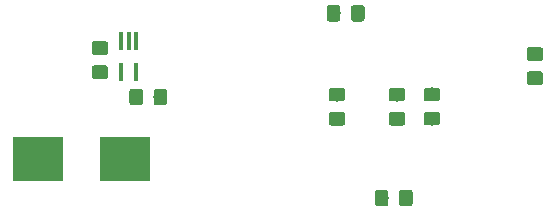
<source format=gtp>
G04 #@! TF.GenerationSoftware,KiCad,Pcbnew,5.1.2*
G04 #@! TF.CreationDate,2019-05-31T13:26:26+02:00*
G04 #@! TF.ProjectId,solarcampi,736f6c61-7263-4616-9d70-692e6b696361,1.0.8*
G04 #@! TF.SameCoordinates,Original*
G04 #@! TF.FileFunction,Paste,Top*
G04 #@! TF.FilePolarity,Positive*
%FSLAX46Y46*%
G04 Gerber Fmt 4.6, Leading zero omitted, Abs format (unit mm)*
G04 Created by KiCad (PCBNEW 5.1.2) date 2019-05-31 13:26:26*
%MOMM*%
%LPD*%
G04 APERTURE LIST*
%ADD10R,4.240000X3.810000*%
%ADD11C,0.100000*%
%ADD12C,1.150000*%
%ADD13R,0.400000X1.500000*%
G04 APERTURE END LIST*
D10*
X61597000Y-70104000D03*
X54227000Y-70104000D03*
D11*
G36*
X79974505Y-64071204D02*
G01*
X79998773Y-64074804D01*
X80022572Y-64080765D01*
X80045671Y-64089030D01*
X80067850Y-64099520D01*
X80088893Y-64112132D01*
X80108599Y-64126747D01*
X80126777Y-64143223D01*
X80143253Y-64161401D01*
X80157868Y-64181107D01*
X80170480Y-64202150D01*
X80180970Y-64224329D01*
X80189235Y-64247428D01*
X80195196Y-64271227D01*
X80198796Y-64295495D01*
X80200000Y-64319999D01*
X80200000Y-64970001D01*
X80198796Y-64994505D01*
X80195196Y-65018773D01*
X80189235Y-65042572D01*
X80180970Y-65065671D01*
X80170480Y-65087850D01*
X80157868Y-65108893D01*
X80143253Y-65128599D01*
X80126777Y-65146777D01*
X80108599Y-65163253D01*
X80088893Y-65177868D01*
X80067850Y-65190480D01*
X80045671Y-65200970D01*
X80022572Y-65209235D01*
X79998773Y-65215196D01*
X79974505Y-65218796D01*
X79950001Y-65220000D01*
X79049999Y-65220000D01*
X79025495Y-65218796D01*
X79001227Y-65215196D01*
X78977428Y-65209235D01*
X78954329Y-65200970D01*
X78932150Y-65190480D01*
X78911107Y-65177868D01*
X78891401Y-65163253D01*
X78873223Y-65146777D01*
X78856747Y-65128599D01*
X78842132Y-65108893D01*
X78829520Y-65087850D01*
X78819030Y-65065671D01*
X78810765Y-65042572D01*
X78804804Y-65018773D01*
X78801204Y-64994505D01*
X78800000Y-64970001D01*
X78800000Y-64319999D01*
X78801204Y-64295495D01*
X78804804Y-64271227D01*
X78810765Y-64247428D01*
X78819030Y-64224329D01*
X78829520Y-64202150D01*
X78842132Y-64181107D01*
X78856747Y-64161401D01*
X78873223Y-64143223D01*
X78891401Y-64126747D01*
X78911107Y-64112132D01*
X78932150Y-64099520D01*
X78954329Y-64089030D01*
X78977428Y-64080765D01*
X79001227Y-64074804D01*
X79025495Y-64071204D01*
X79049999Y-64070000D01*
X79950001Y-64070000D01*
X79974505Y-64071204D01*
X79974505Y-64071204D01*
G37*
D12*
X79500000Y-64645000D03*
D11*
G36*
X79974505Y-66121204D02*
G01*
X79998773Y-66124804D01*
X80022572Y-66130765D01*
X80045671Y-66139030D01*
X80067850Y-66149520D01*
X80088893Y-66162132D01*
X80108599Y-66176747D01*
X80126777Y-66193223D01*
X80143253Y-66211401D01*
X80157868Y-66231107D01*
X80170480Y-66252150D01*
X80180970Y-66274329D01*
X80189235Y-66297428D01*
X80195196Y-66321227D01*
X80198796Y-66345495D01*
X80200000Y-66369999D01*
X80200000Y-67020001D01*
X80198796Y-67044505D01*
X80195196Y-67068773D01*
X80189235Y-67092572D01*
X80180970Y-67115671D01*
X80170480Y-67137850D01*
X80157868Y-67158893D01*
X80143253Y-67178599D01*
X80126777Y-67196777D01*
X80108599Y-67213253D01*
X80088893Y-67227868D01*
X80067850Y-67240480D01*
X80045671Y-67250970D01*
X80022572Y-67259235D01*
X79998773Y-67265196D01*
X79974505Y-67268796D01*
X79950001Y-67270000D01*
X79049999Y-67270000D01*
X79025495Y-67268796D01*
X79001227Y-67265196D01*
X78977428Y-67259235D01*
X78954329Y-67250970D01*
X78932150Y-67240480D01*
X78911107Y-67227868D01*
X78891401Y-67213253D01*
X78873223Y-67196777D01*
X78856747Y-67178599D01*
X78842132Y-67158893D01*
X78829520Y-67137850D01*
X78819030Y-67115671D01*
X78810765Y-67092572D01*
X78804804Y-67068773D01*
X78801204Y-67044505D01*
X78800000Y-67020001D01*
X78800000Y-66369999D01*
X78801204Y-66345495D01*
X78804804Y-66321227D01*
X78810765Y-66297428D01*
X78819030Y-66274329D01*
X78829520Y-66252150D01*
X78842132Y-66231107D01*
X78856747Y-66211401D01*
X78873223Y-66193223D01*
X78891401Y-66176747D01*
X78911107Y-66162132D01*
X78932150Y-66149520D01*
X78954329Y-66139030D01*
X78977428Y-66130765D01*
X79001227Y-66124804D01*
X79025495Y-66121204D01*
X79049999Y-66120000D01*
X79950001Y-66120000D01*
X79974505Y-66121204D01*
X79974505Y-66121204D01*
G37*
D12*
X79500000Y-66695000D03*
D13*
X62520000Y-62740000D03*
X61220000Y-62740000D03*
X61220000Y-60080000D03*
X61870000Y-60080000D03*
X62520000Y-60080000D03*
D11*
G36*
X85054505Y-66121204D02*
G01*
X85078773Y-66124804D01*
X85102572Y-66130765D01*
X85125671Y-66139030D01*
X85147850Y-66149520D01*
X85168893Y-66162132D01*
X85188599Y-66176747D01*
X85206777Y-66193223D01*
X85223253Y-66211401D01*
X85237868Y-66231107D01*
X85250480Y-66252150D01*
X85260970Y-66274329D01*
X85269235Y-66297428D01*
X85275196Y-66321227D01*
X85278796Y-66345495D01*
X85280000Y-66369999D01*
X85280000Y-67020001D01*
X85278796Y-67044505D01*
X85275196Y-67068773D01*
X85269235Y-67092572D01*
X85260970Y-67115671D01*
X85250480Y-67137850D01*
X85237868Y-67158893D01*
X85223253Y-67178599D01*
X85206777Y-67196777D01*
X85188599Y-67213253D01*
X85168893Y-67227868D01*
X85147850Y-67240480D01*
X85125671Y-67250970D01*
X85102572Y-67259235D01*
X85078773Y-67265196D01*
X85054505Y-67268796D01*
X85030001Y-67270000D01*
X84129999Y-67270000D01*
X84105495Y-67268796D01*
X84081227Y-67265196D01*
X84057428Y-67259235D01*
X84034329Y-67250970D01*
X84012150Y-67240480D01*
X83991107Y-67227868D01*
X83971401Y-67213253D01*
X83953223Y-67196777D01*
X83936747Y-67178599D01*
X83922132Y-67158893D01*
X83909520Y-67137850D01*
X83899030Y-67115671D01*
X83890765Y-67092572D01*
X83884804Y-67068773D01*
X83881204Y-67044505D01*
X83880000Y-67020001D01*
X83880000Y-66369999D01*
X83881204Y-66345495D01*
X83884804Y-66321227D01*
X83890765Y-66297428D01*
X83899030Y-66274329D01*
X83909520Y-66252150D01*
X83922132Y-66231107D01*
X83936747Y-66211401D01*
X83953223Y-66193223D01*
X83971401Y-66176747D01*
X83991107Y-66162132D01*
X84012150Y-66149520D01*
X84034329Y-66139030D01*
X84057428Y-66130765D01*
X84081227Y-66124804D01*
X84105495Y-66121204D01*
X84129999Y-66120000D01*
X85030001Y-66120000D01*
X85054505Y-66121204D01*
X85054505Y-66121204D01*
G37*
D12*
X84580000Y-66695000D03*
D11*
G36*
X85054505Y-64071204D02*
G01*
X85078773Y-64074804D01*
X85102572Y-64080765D01*
X85125671Y-64089030D01*
X85147850Y-64099520D01*
X85168893Y-64112132D01*
X85188599Y-64126747D01*
X85206777Y-64143223D01*
X85223253Y-64161401D01*
X85237868Y-64181107D01*
X85250480Y-64202150D01*
X85260970Y-64224329D01*
X85269235Y-64247428D01*
X85275196Y-64271227D01*
X85278796Y-64295495D01*
X85280000Y-64319999D01*
X85280000Y-64970001D01*
X85278796Y-64994505D01*
X85275196Y-65018773D01*
X85269235Y-65042572D01*
X85260970Y-65065671D01*
X85250480Y-65087850D01*
X85237868Y-65108893D01*
X85223253Y-65128599D01*
X85206777Y-65146777D01*
X85188599Y-65163253D01*
X85168893Y-65177868D01*
X85147850Y-65190480D01*
X85125671Y-65200970D01*
X85102572Y-65209235D01*
X85078773Y-65215196D01*
X85054505Y-65218796D01*
X85030001Y-65220000D01*
X84129999Y-65220000D01*
X84105495Y-65218796D01*
X84081227Y-65215196D01*
X84057428Y-65209235D01*
X84034329Y-65200970D01*
X84012150Y-65190480D01*
X83991107Y-65177868D01*
X83971401Y-65163253D01*
X83953223Y-65146777D01*
X83936747Y-65128599D01*
X83922132Y-65108893D01*
X83909520Y-65087850D01*
X83899030Y-65065671D01*
X83890765Y-65042572D01*
X83884804Y-65018773D01*
X83881204Y-64994505D01*
X83880000Y-64970001D01*
X83880000Y-64319999D01*
X83881204Y-64295495D01*
X83884804Y-64271227D01*
X83890765Y-64247428D01*
X83899030Y-64224329D01*
X83909520Y-64202150D01*
X83922132Y-64181107D01*
X83936747Y-64161401D01*
X83953223Y-64143223D01*
X83971401Y-64126747D01*
X83991107Y-64112132D01*
X84012150Y-64099520D01*
X84034329Y-64089030D01*
X84057428Y-64080765D01*
X84081227Y-64074804D01*
X84105495Y-64071204D01*
X84129999Y-64070000D01*
X85030001Y-64070000D01*
X85054505Y-64071204D01*
X85054505Y-64071204D01*
G37*
D12*
X84580000Y-64645000D03*
D11*
G36*
X88014505Y-66111204D02*
G01*
X88038773Y-66114804D01*
X88062572Y-66120765D01*
X88085671Y-66129030D01*
X88107850Y-66139520D01*
X88128893Y-66152132D01*
X88148599Y-66166747D01*
X88166777Y-66183223D01*
X88183253Y-66201401D01*
X88197868Y-66221107D01*
X88210480Y-66242150D01*
X88220970Y-66264329D01*
X88229235Y-66287428D01*
X88235196Y-66311227D01*
X88238796Y-66335495D01*
X88240000Y-66359999D01*
X88240000Y-67010001D01*
X88238796Y-67034505D01*
X88235196Y-67058773D01*
X88229235Y-67082572D01*
X88220970Y-67105671D01*
X88210480Y-67127850D01*
X88197868Y-67148893D01*
X88183253Y-67168599D01*
X88166777Y-67186777D01*
X88148599Y-67203253D01*
X88128893Y-67217868D01*
X88107850Y-67230480D01*
X88085671Y-67240970D01*
X88062572Y-67249235D01*
X88038773Y-67255196D01*
X88014505Y-67258796D01*
X87990001Y-67260000D01*
X87089999Y-67260000D01*
X87065495Y-67258796D01*
X87041227Y-67255196D01*
X87017428Y-67249235D01*
X86994329Y-67240970D01*
X86972150Y-67230480D01*
X86951107Y-67217868D01*
X86931401Y-67203253D01*
X86913223Y-67186777D01*
X86896747Y-67168599D01*
X86882132Y-67148893D01*
X86869520Y-67127850D01*
X86859030Y-67105671D01*
X86850765Y-67082572D01*
X86844804Y-67058773D01*
X86841204Y-67034505D01*
X86840000Y-67010001D01*
X86840000Y-66359999D01*
X86841204Y-66335495D01*
X86844804Y-66311227D01*
X86850765Y-66287428D01*
X86859030Y-66264329D01*
X86869520Y-66242150D01*
X86882132Y-66221107D01*
X86896747Y-66201401D01*
X86913223Y-66183223D01*
X86931401Y-66166747D01*
X86951107Y-66152132D01*
X86972150Y-66139520D01*
X86994329Y-66129030D01*
X87017428Y-66120765D01*
X87041227Y-66114804D01*
X87065495Y-66111204D01*
X87089999Y-66110000D01*
X87990001Y-66110000D01*
X88014505Y-66111204D01*
X88014505Y-66111204D01*
G37*
D12*
X87540000Y-66685000D03*
D11*
G36*
X88014505Y-64061204D02*
G01*
X88038773Y-64064804D01*
X88062572Y-64070765D01*
X88085671Y-64079030D01*
X88107850Y-64089520D01*
X88128893Y-64102132D01*
X88148599Y-64116747D01*
X88166777Y-64133223D01*
X88183253Y-64151401D01*
X88197868Y-64171107D01*
X88210480Y-64192150D01*
X88220970Y-64214329D01*
X88229235Y-64237428D01*
X88235196Y-64261227D01*
X88238796Y-64285495D01*
X88240000Y-64309999D01*
X88240000Y-64960001D01*
X88238796Y-64984505D01*
X88235196Y-65008773D01*
X88229235Y-65032572D01*
X88220970Y-65055671D01*
X88210480Y-65077850D01*
X88197868Y-65098893D01*
X88183253Y-65118599D01*
X88166777Y-65136777D01*
X88148599Y-65153253D01*
X88128893Y-65167868D01*
X88107850Y-65180480D01*
X88085671Y-65190970D01*
X88062572Y-65199235D01*
X88038773Y-65205196D01*
X88014505Y-65208796D01*
X87990001Y-65210000D01*
X87089999Y-65210000D01*
X87065495Y-65208796D01*
X87041227Y-65205196D01*
X87017428Y-65199235D01*
X86994329Y-65190970D01*
X86972150Y-65180480D01*
X86951107Y-65167868D01*
X86931401Y-65153253D01*
X86913223Y-65136777D01*
X86896747Y-65118599D01*
X86882132Y-65098893D01*
X86869520Y-65077850D01*
X86859030Y-65055671D01*
X86850765Y-65032572D01*
X86844804Y-65008773D01*
X86841204Y-64984505D01*
X86840000Y-64960001D01*
X86840000Y-64309999D01*
X86841204Y-64285495D01*
X86844804Y-64261227D01*
X86850765Y-64237428D01*
X86859030Y-64214329D01*
X86869520Y-64192150D01*
X86882132Y-64171107D01*
X86896747Y-64151401D01*
X86913223Y-64133223D01*
X86931401Y-64116747D01*
X86951107Y-64102132D01*
X86972150Y-64089520D01*
X86994329Y-64079030D01*
X87017428Y-64070765D01*
X87041227Y-64064804D01*
X87065495Y-64061204D01*
X87089999Y-64060000D01*
X87990001Y-64060000D01*
X88014505Y-64061204D01*
X88014505Y-64061204D01*
G37*
D12*
X87540000Y-64635000D03*
D11*
G36*
X85693505Y-72707204D02*
G01*
X85717773Y-72710804D01*
X85741572Y-72716765D01*
X85764671Y-72725030D01*
X85786850Y-72735520D01*
X85807893Y-72748132D01*
X85827599Y-72762747D01*
X85845777Y-72779223D01*
X85862253Y-72797401D01*
X85876868Y-72817107D01*
X85889480Y-72838150D01*
X85899970Y-72860329D01*
X85908235Y-72883428D01*
X85914196Y-72907227D01*
X85917796Y-72931495D01*
X85919000Y-72955999D01*
X85919000Y-73856001D01*
X85917796Y-73880505D01*
X85914196Y-73904773D01*
X85908235Y-73928572D01*
X85899970Y-73951671D01*
X85889480Y-73973850D01*
X85876868Y-73994893D01*
X85862253Y-74014599D01*
X85845777Y-74032777D01*
X85827599Y-74049253D01*
X85807893Y-74063868D01*
X85786850Y-74076480D01*
X85764671Y-74086970D01*
X85741572Y-74095235D01*
X85717773Y-74101196D01*
X85693505Y-74104796D01*
X85669001Y-74106000D01*
X85018999Y-74106000D01*
X84994495Y-74104796D01*
X84970227Y-74101196D01*
X84946428Y-74095235D01*
X84923329Y-74086970D01*
X84901150Y-74076480D01*
X84880107Y-74063868D01*
X84860401Y-74049253D01*
X84842223Y-74032777D01*
X84825747Y-74014599D01*
X84811132Y-73994893D01*
X84798520Y-73973850D01*
X84788030Y-73951671D01*
X84779765Y-73928572D01*
X84773804Y-73904773D01*
X84770204Y-73880505D01*
X84769000Y-73856001D01*
X84769000Y-72955999D01*
X84770204Y-72931495D01*
X84773804Y-72907227D01*
X84779765Y-72883428D01*
X84788030Y-72860329D01*
X84798520Y-72838150D01*
X84811132Y-72817107D01*
X84825747Y-72797401D01*
X84842223Y-72779223D01*
X84860401Y-72762747D01*
X84880107Y-72748132D01*
X84901150Y-72735520D01*
X84923329Y-72725030D01*
X84946428Y-72716765D01*
X84970227Y-72710804D01*
X84994495Y-72707204D01*
X85018999Y-72706000D01*
X85669001Y-72706000D01*
X85693505Y-72707204D01*
X85693505Y-72707204D01*
G37*
D12*
X85344000Y-73406000D03*
D11*
G36*
X83643505Y-72707204D02*
G01*
X83667773Y-72710804D01*
X83691572Y-72716765D01*
X83714671Y-72725030D01*
X83736850Y-72735520D01*
X83757893Y-72748132D01*
X83777599Y-72762747D01*
X83795777Y-72779223D01*
X83812253Y-72797401D01*
X83826868Y-72817107D01*
X83839480Y-72838150D01*
X83849970Y-72860329D01*
X83858235Y-72883428D01*
X83864196Y-72907227D01*
X83867796Y-72931495D01*
X83869000Y-72955999D01*
X83869000Y-73856001D01*
X83867796Y-73880505D01*
X83864196Y-73904773D01*
X83858235Y-73928572D01*
X83849970Y-73951671D01*
X83839480Y-73973850D01*
X83826868Y-73994893D01*
X83812253Y-74014599D01*
X83795777Y-74032777D01*
X83777599Y-74049253D01*
X83757893Y-74063868D01*
X83736850Y-74076480D01*
X83714671Y-74086970D01*
X83691572Y-74095235D01*
X83667773Y-74101196D01*
X83643505Y-74104796D01*
X83619001Y-74106000D01*
X82968999Y-74106000D01*
X82944495Y-74104796D01*
X82920227Y-74101196D01*
X82896428Y-74095235D01*
X82873329Y-74086970D01*
X82851150Y-74076480D01*
X82830107Y-74063868D01*
X82810401Y-74049253D01*
X82792223Y-74032777D01*
X82775747Y-74014599D01*
X82761132Y-73994893D01*
X82748520Y-73973850D01*
X82738030Y-73951671D01*
X82729765Y-73928572D01*
X82723804Y-73904773D01*
X82720204Y-73880505D01*
X82719000Y-73856001D01*
X82719000Y-72955999D01*
X82720204Y-72931495D01*
X82723804Y-72907227D01*
X82729765Y-72883428D01*
X82738030Y-72860329D01*
X82748520Y-72838150D01*
X82761132Y-72817107D01*
X82775747Y-72797401D01*
X82792223Y-72779223D01*
X82810401Y-72762747D01*
X82830107Y-72748132D01*
X82851150Y-72735520D01*
X82873329Y-72725030D01*
X82896428Y-72716765D01*
X82920227Y-72710804D01*
X82944495Y-72707204D01*
X82968999Y-72706000D01*
X83619001Y-72706000D01*
X83643505Y-72707204D01*
X83643505Y-72707204D01*
G37*
D12*
X83294000Y-73406000D03*
D11*
G36*
X79574505Y-57061204D02*
G01*
X79598773Y-57064804D01*
X79622572Y-57070765D01*
X79645671Y-57079030D01*
X79667850Y-57089520D01*
X79688893Y-57102132D01*
X79708599Y-57116747D01*
X79726777Y-57133223D01*
X79743253Y-57151401D01*
X79757868Y-57171107D01*
X79770480Y-57192150D01*
X79780970Y-57214329D01*
X79789235Y-57237428D01*
X79795196Y-57261227D01*
X79798796Y-57285495D01*
X79800000Y-57309999D01*
X79800000Y-58210001D01*
X79798796Y-58234505D01*
X79795196Y-58258773D01*
X79789235Y-58282572D01*
X79780970Y-58305671D01*
X79770480Y-58327850D01*
X79757868Y-58348893D01*
X79743253Y-58368599D01*
X79726777Y-58386777D01*
X79708599Y-58403253D01*
X79688893Y-58417868D01*
X79667850Y-58430480D01*
X79645671Y-58440970D01*
X79622572Y-58449235D01*
X79598773Y-58455196D01*
X79574505Y-58458796D01*
X79550001Y-58460000D01*
X78899999Y-58460000D01*
X78875495Y-58458796D01*
X78851227Y-58455196D01*
X78827428Y-58449235D01*
X78804329Y-58440970D01*
X78782150Y-58430480D01*
X78761107Y-58417868D01*
X78741401Y-58403253D01*
X78723223Y-58386777D01*
X78706747Y-58368599D01*
X78692132Y-58348893D01*
X78679520Y-58327850D01*
X78669030Y-58305671D01*
X78660765Y-58282572D01*
X78654804Y-58258773D01*
X78651204Y-58234505D01*
X78650000Y-58210001D01*
X78650000Y-57309999D01*
X78651204Y-57285495D01*
X78654804Y-57261227D01*
X78660765Y-57237428D01*
X78669030Y-57214329D01*
X78679520Y-57192150D01*
X78692132Y-57171107D01*
X78706747Y-57151401D01*
X78723223Y-57133223D01*
X78741401Y-57116747D01*
X78761107Y-57102132D01*
X78782150Y-57089520D01*
X78804329Y-57079030D01*
X78827428Y-57070765D01*
X78851227Y-57064804D01*
X78875495Y-57061204D01*
X78899999Y-57060000D01*
X79550001Y-57060000D01*
X79574505Y-57061204D01*
X79574505Y-57061204D01*
G37*
D12*
X79225000Y-57760000D03*
D11*
G36*
X81624505Y-57061204D02*
G01*
X81648773Y-57064804D01*
X81672572Y-57070765D01*
X81695671Y-57079030D01*
X81717850Y-57089520D01*
X81738893Y-57102132D01*
X81758599Y-57116747D01*
X81776777Y-57133223D01*
X81793253Y-57151401D01*
X81807868Y-57171107D01*
X81820480Y-57192150D01*
X81830970Y-57214329D01*
X81839235Y-57237428D01*
X81845196Y-57261227D01*
X81848796Y-57285495D01*
X81850000Y-57309999D01*
X81850000Y-58210001D01*
X81848796Y-58234505D01*
X81845196Y-58258773D01*
X81839235Y-58282572D01*
X81830970Y-58305671D01*
X81820480Y-58327850D01*
X81807868Y-58348893D01*
X81793253Y-58368599D01*
X81776777Y-58386777D01*
X81758599Y-58403253D01*
X81738893Y-58417868D01*
X81717850Y-58430480D01*
X81695671Y-58440970D01*
X81672572Y-58449235D01*
X81648773Y-58455196D01*
X81624505Y-58458796D01*
X81600001Y-58460000D01*
X80949999Y-58460000D01*
X80925495Y-58458796D01*
X80901227Y-58455196D01*
X80877428Y-58449235D01*
X80854329Y-58440970D01*
X80832150Y-58430480D01*
X80811107Y-58417868D01*
X80791401Y-58403253D01*
X80773223Y-58386777D01*
X80756747Y-58368599D01*
X80742132Y-58348893D01*
X80729520Y-58327850D01*
X80719030Y-58305671D01*
X80710765Y-58282572D01*
X80704804Y-58258773D01*
X80701204Y-58234505D01*
X80700000Y-58210001D01*
X80700000Y-57309999D01*
X80701204Y-57285495D01*
X80704804Y-57261227D01*
X80710765Y-57237428D01*
X80719030Y-57214329D01*
X80729520Y-57192150D01*
X80742132Y-57171107D01*
X80756747Y-57151401D01*
X80773223Y-57133223D01*
X80791401Y-57116747D01*
X80811107Y-57102132D01*
X80832150Y-57089520D01*
X80854329Y-57079030D01*
X80877428Y-57070765D01*
X80901227Y-57064804D01*
X80925495Y-57061204D01*
X80949999Y-57060000D01*
X81600001Y-57060000D01*
X81624505Y-57061204D01*
X81624505Y-57061204D01*
G37*
D12*
X81275000Y-57760000D03*
D11*
G36*
X96740505Y-60631204D02*
G01*
X96764773Y-60634804D01*
X96788572Y-60640765D01*
X96811671Y-60649030D01*
X96833850Y-60659520D01*
X96854893Y-60672132D01*
X96874599Y-60686747D01*
X96892777Y-60703223D01*
X96909253Y-60721401D01*
X96923868Y-60741107D01*
X96936480Y-60762150D01*
X96946970Y-60784329D01*
X96955235Y-60807428D01*
X96961196Y-60831227D01*
X96964796Y-60855495D01*
X96966000Y-60879999D01*
X96966000Y-61530001D01*
X96964796Y-61554505D01*
X96961196Y-61578773D01*
X96955235Y-61602572D01*
X96946970Y-61625671D01*
X96936480Y-61647850D01*
X96923868Y-61668893D01*
X96909253Y-61688599D01*
X96892777Y-61706777D01*
X96874599Y-61723253D01*
X96854893Y-61737868D01*
X96833850Y-61750480D01*
X96811671Y-61760970D01*
X96788572Y-61769235D01*
X96764773Y-61775196D01*
X96740505Y-61778796D01*
X96716001Y-61780000D01*
X95815999Y-61780000D01*
X95791495Y-61778796D01*
X95767227Y-61775196D01*
X95743428Y-61769235D01*
X95720329Y-61760970D01*
X95698150Y-61750480D01*
X95677107Y-61737868D01*
X95657401Y-61723253D01*
X95639223Y-61706777D01*
X95622747Y-61688599D01*
X95608132Y-61668893D01*
X95595520Y-61647850D01*
X95585030Y-61625671D01*
X95576765Y-61602572D01*
X95570804Y-61578773D01*
X95567204Y-61554505D01*
X95566000Y-61530001D01*
X95566000Y-60879999D01*
X95567204Y-60855495D01*
X95570804Y-60831227D01*
X95576765Y-60807428D01*
X95585030Y-60784329D01*
X95595520Y-60762150D01*
X95608132Y-60741107D01*
X95622747Y-60721401D01*
X95639223Y-60703223D01*
X95657401Y-60686747D01*
X95677107Y-60672132D01*
X95698150Y-60659520D01*
X95720329Y-60649030D01*
X95743428Y-60640765D01*
X95767227Y-60634804D01*
X95791495Y-60631204D01*
X95815999Y-60630000D01*
X96716001Y-60630000D01*
X96740505Y-60631204D01*
X96740505Y-60631204D01*
G37*
D12*
X96266000Y-61205000D03*
D11*
G36*
X96740505Y-62681204D02*
G01*
X96764773Y-62684804D01*
X96788572Y-62690765D01*
X96811671Y-62699030D01*
X96833850Y-62709520D01*
X96854893Y-62722132D01*
X96874599Y-62736747D01*
X96892777Y-62753223D01*
X96909253Y-62771401D01*
X96923868Y-62791107D01*
X96936480Y-62812150D01*
X96946970Y-62834329D01*
X96955235Y-62857428D01*
X96961196Y-62881227D01*
X96964796Y-62905495D01*
X96966000Y-62929999D01*
X96966000Y-63580001D01*
X96964796Y-63604505D01*
X96961196Y-63628773D01*
X96955235Y-63652572D01*
X96946970Y-63675671D01*
X96936480Y-63697850D01*
X96923868Y-63718893D01*
X96909253Y-63738599D01*
X96892777Y-63756777D01*
X96874599Y-63773253D01*
X96854893Y-63787868D01*
X96833850Y-63800480D01*
X96811671Y-63810970D01*
X96788572Y-63819235D01*
X96764773Y-63825196D01*
X96740505Y-63828796D01*
X96716001Y-63830000D01*
X95815999Y-63830000D01*
X95791495Y-63828796D01*
X95767227Y-63825196D01*
X95743428Y-63819235D01*
X95720329Y-63810970D01*
X95698150Y-63800480D01*
X95677107Y-63787868D01*
X95657401Y-63773253D01*
X95639223Y-63756777D01*
X95622747Y-63738599D01*
X95608132Y-63718893D01*
X95595520Y-63697850D01*
X95585030Y-63675671D01*
X95576765Y-63652572D01*
X95570804Y-63628773D01*
X95567204Y-63604505D01*
X95566000Y-63580001D01*
X95566000Y-62929999D01*
X95567204Y-62905495D01*
X95570804Y-62881227D01*
X95576765Y-62857428D01*
X95585030Y-62834329D01*
X95595520Y-62812150D01*
X95608132Y-62791107D01*
X95622747Y-62771401D01*
X95639223Y-62753223D01*
X95657401Y-62736747D01*
X95677107Y-62722132D01*
X95698150Y-62709520D01*
X95720329Y-62699030D01*
X95743428Y-62690765D01*
X95767227Y-62684804D01*
X95791495Y-62681204D01*
X95815999Y-62680000D01*
X96716001Y-62680000D01*
X96740505Y-62681204D01*
X96740505Y-62681204D01*
G37*
D12*
X96266000Y-63255000D03*
D11*
G36*
X64914505Y-64151204D02*
G01*
X64938773Y-64154804D01*
X64962572Y-64160765D01*
X64985671Y-64169030D01*
X65007850Y-64179520D01*
X65028893Y-64192132D01*
X65048599Y-64206747D01*
X65066777Y-64223223D01*
X65083253Y-64241401D01*
X65097868Y-64261107D01*
X65110480Y-64282150D01*
X65120970Y-64304329D01*
X65129235Y-64327428D01*
X65135196Y-64351227D01*
X65138796Y-64375495D01*
X65140000Y-64399999D01*
X65140000Y-65300001D01*
X65138796Y-65324505D01*
X65135196Y-65348773D01*
X65129235Y-65372572D01*
X65120970Y-65395671D01*
X65110480Y-65417850D01*
X65097868Y-65438893D01*
X65083253Y-65458599D01*
X65066777Y-65476777D01*
X65048599Y-65493253D01*
X65028893Y-65507868D01*
X65007850Y-65520480D01*
X64985671Y-65530970D01*
X64962572Y-65539235D01*
X64938773Y-65545196D01*
X64914505Y-65548796D01*
X64890001Y-65550000D01*
X64239999Y-65550000D01*
X64215495Y-65548796D01*
X64191227Y-65545196D01*
X64167428Y-65539235D01*
X64144329Y-65530970D01*
X64122150Y-65520480D01*
X64101107Y-65507868D01*
X64081401Y-65493253D01*
X64063223Y-65476777D01*
X64046747Y-65458599D01*
X64032132Y-65438893D01*
X64019520Y-65417850D01*
X64009030Y-65395671D01*
X64000765Y-65372572D01*
X63994804Y-65348773D01*
X63991204Y-65324505D01*
X63990000Y-65300001D01*
X63990000Y-64399999D01*
X63991204Y-64375495D01*
X63994804Y-64351227D01*
X64000765Y-64327428D01*
X64009030Y-64304329D01*
X64019520Y-64282150D01*
X64032132Y-64261107D01*
X64046747Y-64241401D01*
X64063223Y-64223223D01*
X64081401Y-64206747D01*
X64101107Y-64192132D01*
X64122150Y-64179520D01*
X64144329Y-64169030D01*
X64167428Y-64160765D01*
X64191227Y-64154804D01*
X64215495Y-64151204D01*
X64239999Y-64150000D01*
X64890001Y-64150000D01*
X64914505Y-64151204D01*
X64914505Y-64151204D01*
G37*
D12*
X64565000Y-64850000D03*
D11*
G36*
X62864505Y-64151204D02*
G01*
X62888773Y-64154804D01*
X62912572Y-64160765D01*
X62935671Y-64169030D01*
X62957850Y-64179520D01*
X62978893Y-64192132D01*
X62998599Y-64206747D01*
X63016777Y-64223223D01*
X63033253Y-64241401D01*
X63047868Y-64261107D01*
X63060480Y-64282150D01*
X63070970Y-64304329D01*
X63079235Y-64327428D01*
X63085196Y-64351227D01*
X63088796Y-64375495D01*
X63090000Y-64399999D01*
X63090000Y-65300001D01*
X63088796Y-65324505D01*
X63085196Y-65348773D01*
X63079235Y-65372572D01*
X63070970Y-65395671D01*
X63060480Y-65417850D01*
X63047868Y-65438893D01*
X63033253Y-65458599D01*
X63016777Y-65476777D01*
X62998599Y-65493253D01*
X62978893Y-65507868D01*
X62957850Y-65520480D01*
X62935671Y-65530970D01*
X62912572Y-65539235D01*
X62888773Y-65545196D01*
X62864505Y-65548796D01*
X62840001Y-65550000D01*
X62189999Y-65550000D01*
X62165495Y-65548796D01*
X62141227Y-65545196D01*
X62117428Y-65539235D01*
X62094329Y-65530970D01*
X62072150Y-65520480D01*
X62051107Y-65507868D01*
X62031401Y-65493253D01*
X62013223Y-65476777D01*
X61996747Y-65458599D01*
X61982132Y-65438893D01*
X61969520Y-65417850D01*
X61959030Y-65395671D01*
X61950765Y-65372572D01*
X61944804Y-65348773D01*
X61941204Y-65324505D01*
X61940000Y-65300001D01*
X61940000Y-64399999D01*
X61941204Y-64375495D01*
X61944804Y-64351227D01*
X61950765Y-64327428D01*
X61959030Y-64304329D01*
X61969520Y-64282150D01*
X61982132Y-64261107D01*
X61996747Y-64241401D01*
X62013223Y-64223223D01*
X62031401Y-64206747D01*
X62051107Y-64192132D01*
X62072150Y-64179520D01*
X62094329Y-64169030D01*
X62117428Y-64160765D01*
X62141227Y-64154804D01*
X62165495Y-64151204D01*
X62189999Y-64150000D01*
X62840001Y-64150000D01*
X62864505Y-64151204D01*
X62864505Y-64151204D01*
G37*
D12*
X62515000Y-64850000D03*
D11*
G36*
X59910505Y-60123204D02*
G01*
X59934773Y-60126804D01*
X59958572Y-60132765D01*
X59981671Y-60141030D01*
X60003850Y-60151520D01*
X60024893Y-60164132D01*
X60044599Y-60178747D01*
X60062777Y-60195223D01*
X60079253Y-60213401D01*
X60093868Y-60233107D01*
X60106480Y-60254150D01*
X60116970Y-60276329D01*
X60125235Y-60299428D01*
X60131196Y-60323227D01*
X60134796Y-60347495D01*
X60136000Y-60371999D01*
X60136000Y-61022001D01*
X60134796Y-61046505D01*
X60131196Y-61070773D01*
X60125235Y-61094572D01*
X60116970Y-61117671D01*
X60106480Y-61139850D01*
X60093868Y-61160893D01*
X60079253Y-61180599D01*
X60062777Y-61198777D01*
X60044599Y-61215253D01*
X60024893Y-61229868D01*
X60003850Y-61242480D01*
X59981671Y-61252970D01*
X59958572Y-61261235D01*
X59934773Y-61267196D01*
X59910505Y-61270796D01*
X59886001Y-61272000D01*
X58985999Y-61272000D01*
X58961495Y-61270796D01*
X58937227Y-61267196D01*
X58913428Y-61261235D01*
X58890329Y-61252970D01*
X58868150Y-61242480D01*
X58847107Y-61229868D01*
X58827401Y-61215253D01*
X58809223Y-61198777D01*
X58792747Y-61180599D01*
X58778132Y-61160893D01*
X58765520Y-61139850D01*
X58755030Y-61117671D01*
X58746765Y-61094572D01*
X58740804Y-61070773D01*
X58737204Y-61046505D01*
X58736000Y-61022001D01*
X58736000Y-60371999D01*
X58737204Y-60347495D01*
X58740804Y-60323227D01*
X58746765Y-60299428D01*
X58755030Y-60276329D01*
X58765520Y-60254150D01*
X58778132Y-60233107D01*
X58792747Y-60213401D01*
X58809223Y-60195223D01*
X58827401Y-60178747D01*
X58847107Y-60164132D01*
X58868150Y-60151520D01*
X58890329Y-60141030D01*
X58913428Y-60132765D01*
X58937227Y-60126804D01*
X58961495Y-60123204D01*
X58985999Y-60122000D01*
X59886001Y-60122000D01*
X59910505Y-60123204D01*
X59910505Y-60123204D01*
G37*
D12*
X59436000Y-60697000D03*
D11*
G36*
X59910505Y-62173204D02*
G01*
X59934773Y-62176804D01*
X59958572Y-62182765D01*
X59981671Y-62191030D01*
X60003850Y-62201520D01*
X60024893Y-62214132D01*
X60044599Y-62228747D01*
X60062777Y-62245223D01*
X60079253Y-62263401D01*
X60093868Y-62283107D01*
X60106480Y-62304150D01*
X60116970Y-62326329D01*
X60125235Y-62349428D01*
X60131196Y-62373227D01*
X60134796Y-62397495D01*
X60136000Y-62421999D01*
X60136000Y-63072001D01*
X60134796Y-63096505D01*
X60131196Y-63120773D01*
X60125235Y-63144572D01*
X60116970Y-63167671D01*
X60106480Y-63189850D01*
X60093868Y-63210893D01*
X60079253Y-63230599D01*
X60062777Y-63248777D01*
X60044599Y-63265253D01*
X60024893Y-63279868D01*
X60003850Y-63292480D01*
X59981671Y-63302970D01*
X59958572Y-63311235D01*
X59934773Y-63317196D01*
X59910505Y-63320796D01*
X59886001Y-63322000D01*
X58985999Y-63322000D01*
X58961495Y-63320796D01*
X58937227Y-63317196D01*
X58913428Y-63311235D01*
X58890329Y-63302970D01*
X58868150Y-63292480D01*
X58847107Y-63279868D01*
X58827401Y-63265253D01*
X58809223Y-63248777D01*
X58792747Y-63230599D01*
X58778132Y-63210893D01*
X58765520Y-63189850D01*
X58755030Y-63167671D01*
X58746765Y-63144572D01*
X58740804Y-63120773D01*
X58737204Y-63096505D01*
X58736000Y-63072001D01*
X58736000Y-62421999D01*
X58737204Y-62397495D01*
X58740804Y-62373227D01*
X58746765Y-62349428D01*
X58755030Y-62326329D01*
X58765520Y-62304150D01*
X58778132Y-62283107D01*
X58792747Y-62263401D01*
X58809223Y-62245223D01*
X58827401Y-62228747D01*
X58847107Y-62214132D01*
X58868150Y-62201520D01*
X58890329Y-62191030D01*
X58913428Y-62182765D01*
X58937227Y-62176804D01*
X58961495Y-62173204D01*
X58985999Y-62172000D01*
X59886001Y-62172000D01*
X59910505Y-62173204D01*
X59910505Y-62173204D01*
G37*
D12*
X59436000Y-62747000D03*
M02*

</source>
